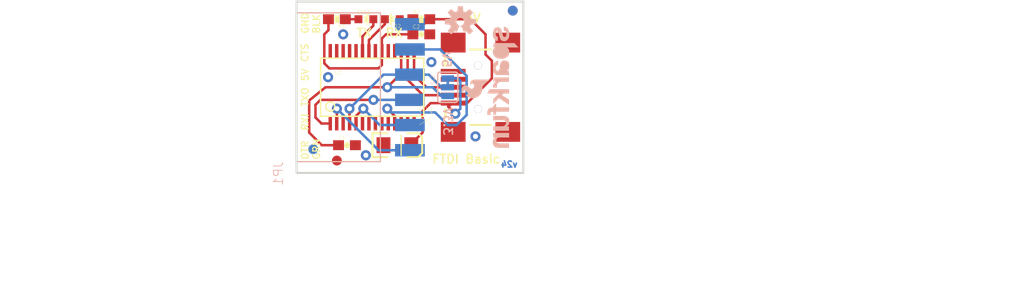
<source format=kicad_pcb>
(kicad_pcb (version 20211014) (generator pcbnew)
  (layers (0 "F.Cu" signal) (31 "B.Cu" signal) (34 "B.Paste" user) (35 "F.Paste" user) (36 "B.SilkS" user "B.Silkscreen") (37 "F.SilkS" user "F.Silkscreen") (38 "B.Mask" user) (39 "F.Mask" user) (44 "Edge.Cuts" user))
  (net 0 "")
  (net 1 "GND")
  (net 2 "USB_D-")
  (net 3 "USB_D+")
  (net 4 "CTS")
  (net 5 "DTR")
  (net 6 "3.3V")
  (net 7 "TXLED")
  (net 8 "RXLED")
  (net 9 "N$1")
  (net 10 "N$2")
  (net 11 "TXO")
  (net 12 "RXI")
  (net 13 "POWER")
  (net 14 "5V")
  (footprint "boardEagle:USB-MINIB-NOSTOP" (layer "F.Cu") (at 155.3591 105.0036 180)
    (fp_text reference "X2" (at 5.2275 -1.5875 90) (layer "F.SilkS") (effects (font (size 1.240089 1.240089) (thickness 0.029911)) (justify right)))
    (fp_text value "USB-SMD-NS" hide)
    (fp_line (start 3.3 2.2) (end 3.3 3.1) (layer "F.SilkS") (width 0.2032))
    (fp_line (start 0.8 3.8) (end -1.3 3.8) (layer "F.SilkS") (width 0.2032))
    (fp_line (start -1.3 -3.8) (end 0.8 -3.8) (layer "F.SilkS") (width 0.2032))
    (fp_line (start 3.3 -3.1) (end 3.3 -2.2) (layer "F.SilkS") (width 0.2032))
    (pad "D+" smd rect (at 2.5 0 180) (size 2.5 0.5) (layers "F.Cu" "F.Paste" "F.Mask") (net 3 "USB_D+"))
    (pad "D-" smd rect (at 2.5 -0.8 180) (size 2.5 0.5) (layers "F.Cu" "F.Paste" "F.Mask") (net 2 "USB_D-"))
    (pad "G1" smd rect (at -3 4.5 180) (size 2.5 2) (layers "F.Cu" "F.Paste" "F.Mask"))
    (pad "G2" smd rect (at -3 -4.5 180) (size 2.5 2) (layers "F.Cu" "F.Paste" "F.Mask"))
    (pad "G3" smd rect (at 2.5 -4.5 180) (size 2.5 2) (layers "F.Cu" "F.Paste" "F.Mask"))
    (pad "G4" smd rect (at 2.5 4.5 180) (size 2.5 2) (layers "F.Cu" "F.Paste" "F.Mask"))
    (pad "GND" smd rect (at 2.5 1.6 180) (size 2.5 0.5) (layers "F.Cu" "F.Paste" "F.Mask") (net 1 "GND"))
    (pad "H1" thru_hole circle (at 0 -2.2 180) (size 0.8 0.8) (drill 0.9) (layers *.Cu))
    (pad "H2" thru_hole circle (at 0 2.2 180) (size 0.7874 0.7874) (drill 0.9) (layers *.Cu))
    (pad "ID" smd rect (at 2.5 0.8 180) (size 2.5 0.5) (layers "F.Cu" "F.Paste" "F.Mask"))
    (pad "VBUS" smd rect (at 2.5 -1.6 180) (size 2.5 0.5) (layers "F.Cu" "F.Paste" "F.Mask") (net 14 "5V"))
  )
  (footprint "boardEagle:FIDUCIAL-1X2" (layer "F.Cu") (at 141.1351 112.395)
    (fp_text reference "JP3" hide)
    (fp_text value "FIDUCIAL1X2" hide)
    (pad "1" smd roundrect (at 0 0) (size 1 1) (layers "F.Cu" "F.Mask") (roundrect_rratio 0.5))
  )
  (footprint "boardEagle:0603-CAP" (layer "F.Cu") (at 142.1511 110.8456)
    (fp_text reference "C1" (at -0.889 -0.762) (layer "F.SilkS") (effects (font (size 0.376489 0.376489) (thickness 0.029911)) (justify left)))
    (fp_text value "0.1uF")
    (fp_line (start 0 -0.0305) (end 0 0.0305) (layer "F.SilkS") (width 0.5588))
    (pad "1" smd rect (at -0.85 0) (size 1.1 1) (layers "F.Cu" "F.Paste" "F.Mask") (net 6 "3.3V"))
    (pad "2" smd rect (at 0.85 0) (size 1.1 1) (layers "F.Cu" "F.Paste" "F.Mask") (net 1 "GND"))
  )
  (footprint "boardEagle:LED-0603" (layer "F.Cu") (at 144.0561 98.1456 -90)
    (fp_text reference "LED1" (at -0.6985 0.889) (layer "F.SilkS") (effects (font (size 0.376489 0.376489) (thickness 0.029911)) (justify left)))
    (fp_text value "Red")
    (fp_line (start 0.46 -0.17) (end 0 -0.17) (layer "F.SilkS") (width 0.2032))
    (fp_line (start -0.46 -0.17) (end 0 -0.17) (layer "F.SilkS") (width 0.2032))
    (fp_line (start -0.0254 -0.1546) (end -0.2184 0.14) (layer "F.SilkS") (width 0.2032))
    (fp_line (start 0 -0.17) (end 0.2338 0.14) (layer "F.SilkS") (width 0.2032))
    (pad "A" smd rect (at 0 0.75 270) (size 0.8 0.8) (layers "F.Cu" "F.Paste" "F.Mask") (net 9 "N$1"))
    (pad "C" smd rect (at 0 -0.75 270) (size 0.8 0.8) (layers "F.Cu" "F.Paste" "F.Mask") (net 7 "TXLED"))
  )
  (footprint "boardEagle:FIDUCIAL-1X2" (layer "F.Cu") (at 158.8643 97.282)
    (fp_text reference "JP4" hide)
    (fp_text value "FIDUCIAL1X2" hide)
    (pad "1" smd roundrect (at 0 0) (size 1 1) (layers "F.Cu" "F.Mask") (roundrect_rratio 0.5))
  )
  (footprint "boardEagle:0603-RES" (layer "F.Cu") (at 141.1351 98.1456 180)
    (fp_text reference "R1" (at -0.889 -0.6985) (layer "F.SilkS") (effects (font (size 0.376489 0.376489) (thickness 0.029911)) (justify right)))
    (fp_text value "1K")
    (fp_poly (pts (xy -0.2286 0.381) (xy 0.2286 0.381) (xy 0.2286 -0.381) (xy -0.2286 -0.381)) (layer "F.SilkS") (width 0) (fill solid))
    (pad "1" smd rect (at -0.85 0 180) (size 1.1 1) (layers "F.Cu" "F.Paste" "F.Mask") (net 9 "N$1"))
    (pad "2" smd rect (at 0.85 0 180) (size 1.1 1) (layers "F.Cu" "F.Paste" "F.Mask") (net 14 "5V"))
  )
  (footprint "boardEagle:EIA3216" (layer "F.Cu") (at 147.2311 110.8456)
    (fp_text reference "C5" (at -2.54 -1.381) (layer "F.SilkS") (effects (font (size 0.376489 0.376489) (thickness 0.029911)) (justify left)))
    (fp_text value "10uF")
    (fp_line (start 2.5 -0.8) (end 2.1 -1.2) (layer "F.SilkS") (width 0.2032))
    (fp_line (start -1 1.2) (end -2.5 1.2) (layer "F.SilkS") (width 0.2032))
    (fp_line (start 2.5 0.8) (end 2.5 -0.8) (layer "F.SilkS") (width 0.2032))
    (fp_line (start 2.1 -1.2) (end 1 -1.2) (layer "F.SilkS") (width 0.2032))
    (fp_line (start -2.5 -1.2) (end -1 -1.2) (layer "F.SilkS") (width 0.2032))
    (fp_line (start 0.381 -1.016) (end 0.381 1.016) (layer "F.SilkS") (width 0.127))
    (fp_line (start 1 1.2) (end 2.1 1.2) (layer "F.SilkS") (width 0.2032))
    (fp_line (start -2.5 1.2) (end -2.5 -1.2) (layer "F.SilkS") (width 0.2032))
    (fp_line (start 2.1 1.2) (end 2.5 0.8) (layer "F.SilkS") (width 0.2032))
    (pad "A" smd rect (at 1.4 0 90) (size 1.6 1.4) (layers "F.Cu" "F.Paste" "F.Mask") (net 14 "5V"))
    (pad "C" smd rect (at -1.4 0 90) (size 1.6 1.4) (layers "F.Cu" "F.Paste" "F.Mask") (net 1 "GND"))
  )
  (footprint "boardEagle:0603-RES" (layer "F.Cu") (at 149.6441 98.1456)
    (fp_text reference "R2" (at -0.889 -0.6985) (layer "F.SilkS") (effects (font (size 0.376489 0.376489) (thickness 0.029911)) (justify left)))
    (fp_text value "1K")
    (fp_poly (pts (xy -0.2286 0.381) (xy 0.2286 0.381) (xy 0.2286 -0.381) (xy -0.2286 -0.381)) (layer "F.SilkS") (width 0) (fill solid))
    (pad "1" smd rect (at -0.85 0) (size 1.1 1) (layers "F.Cu" "F.Paste" "F.Mask") (net 10 "N$2"))
    (pad "2" smd rect (at 0.85 0) (size 1.1 1) (layers "F.Cu" "F.Paste" "F.Mask") (net 14 "5V"))
  )
  (footprint "boardEagle:0603-CAP" (layer "F.Cu") (at 149.6441 99.6696)
    (fp_text reference "C2" (at -0.889 -0.762) (layer "F.SilkS") (effects (font (size 0.376489 0.376489) (thickness 0.029911)) (justify left)))
    (fp_text value "0.1uF")
    (fp_line (start 0 -0.0305) (end 0 0.0305) (layer "F.SilkS") (width 0.5588))
    (pad "1" smd rect (at -0.85 0) (size 1.1 1) (layers "F.Cu" "F.Paste" "F.Mask") (net 14 "5V"))
    (pad "2" smd rect (at 0.85 0) (size 1.1 1) (layers "F.Cu" "F.Paste" "F.Mask") (net 1 "GND"))
  )
  (footprint "boardEagle:SSOP28DB" (layer "F.Cu") (at 144.6911 105.0036)
    (fp_text reference "U1" (at -3.81 -1.27) (layer "F.SilkS") (effects (font (size 0.373888 0.373888) (thickness 0.032512)) (justify left bottom)))
    (fp_text value "FT232RLSSOP")
    (fp_line (start 5.2 2.925) (end -5.2 2.925) (layer "F.SilkS") (width 0.1524))
    (fp_line (start -5.2 -2.925) (end 5.2 -2.925) (layer "F.SilkS") (width 0.1524))
    (fp_line (start -5.2 2.925) (end -5.2 -2.925) (layer "F.SilkS") (width 0.1524))
    (fp_line (start 5.2 -2.925) (end 5.2 2.925) (layer "F.SilkS") (width 0.1524))
    (fp_circle (center -4.225 1.95) (end -3.7654 1.95) (layer "F.SilkS") (width 0.1524) (fill none))
    (pad "1" smd rect (at -4.225 3.656) (size 0.348 1.397) (layers "F.Cu" "F.Paste" "F.Mask") (net 11 "TXO"))
    (pad "2" smd rect (at -3.575 3.656) (size 0.348 1.397) (layers "F.Cu" "F.Paste" "F.Mask") (net 5 "DTR"))
    (pad "3" smd rect (at -2.925 3.656) (size 0.348 1.397) (layers "F.Cu" "F.Paste" "F.Mask"))
    (pad "4" smd rect (at -2.275 3.656) (size 0.348 1.397) (layers "F.Cu" "F.Paste" "F.Mask") (net 13 "POWER"))
    (pad "5" smd rect (at -1.625 3.656) (size 0.348 1.397) (layers "F.Cu" "F.Paste" "F.Mask") (net 12 "RXI"))
    (pad "6" smd rect (at -0.975 3.656) (size 0.348 1.397) (layers "F.Cu" "F.Paste" "F.Mask"))
    (pad "7" smd rect (at -0.325 3.656) (size 0.348 1.397) (layers "F.Cu" "F.Paste" "F.Mask") (net 1 "GND"))
    (pad "8" smd rect (at 0.325 3.656) (size 0.348 1.397) (layers "F.Cu" "F.Paste" "F.Mask"))
    (pad "9" smd rect (at 0.975 3.656) (size 0.348 1.397) (layers "F.Cu" "F.Paste" "F.Mask"))
    (pad "10" smd rect (at 1.625 3.656) (size 0.348 1.397) (layers "F.Cu" "F.Paste" "F.Mask"))
    (pad "11" smd rect (at 2.275 3.656) (size 0.348 1.397) (layers "F.Cu" "F.Paste" "F.Mask") (net 4 "CTS"))
    (pad "12" smd rect (at 2.925 3.656) (size 0.348 1.397) (layers "F.Cu" "F.Paste" "F.Mask"))
    (pad "13" smd rect (at 3.575 3.656) (size 0.348 1.397) (layers "F.Cu" "F.Paste" "F.Mask"))
    (pad "14" smd rect (at 4.225 3.656) (size 0.348 1.397) (layers "F.Cu" "F.Paste" "F.Mask"))
    (pad "15" smd rect (at 4.225 -3.656) (size 0.348 1.397) (layers "F.Cu" "F.Paste" "F.Mask") (net 3 "USB_D+"))
    (pad "16" smd rect (at 3.575 -3.656) (size 0.348 1.397) (layers "F.Cu" "F.Paste" "F.Mask") (net 2 "USB_D-"))
    (pad "17" smd rect (at 2.925 -3.656) (size 0.348 1.397) (layers "F.Cu" "F.Paste" "F.Mask") (net 6 "3.3V"))
    (pad "18" smd rect (at 2.275 -3.656) (size 0.348 1.397) (layers "F.Cu" "F.Paste" "F.Mask") (net 1 "GND"))
    (pad "19" smd rect (at 1.625 -3.656) (size 0.348 1.397) (layers "F.Cu" "F.Paste" "F.Mask"))
    (pad "20" smd rect (at 0.975 -3.656) (size 0.348 1.397) (layers "F.Cu" "F.Paste" "F.Mask") (net 14 "5V"))
    (pad "21" smd rect (at 0.325 -3.656) (size 0.348 1.397) (layers "F.Cu" "F.Paste" "F.Mask") (net 1 "GND"))
    (pad "22" smd rect (at -0.325 -3.656) (size 0.348 1.397) (layers "F.Cu" "F.Paste" "F.Mask") (net 8 "RXLED"))
    (pad "23" smd rect (at -0.975 -3.656) (size 0.348 1.397) (layers "F.Cu" "F.Paste" "F.Mask") (net 7 "TXLED"))
    (pad "24" smd rect (at -1.625 -3.656) (size 0.348 1.397) (layers "F.Cu" "F.Paste" "F.Mask"))
    (pad "25" smd rect (at -2.275 -3.656) (size 0.348 1.397) (layers "F.Cu" "F.Paste" "F.Mask") (net 1 "GND"))
    (pad "26" smd rect (at -2.925 -3.656) (size 0.348 1.397) (layers "F.Cu" "F.Paste" "F.Mask") (net 1 "GND"))
    (pad "27" smd rect (at -3.575 -3.656) (size 0.348 1.397) (layers "F.Cu" "F.Paste" "F.Mask"))
    (pad "28" smd rect (at -4.225 -3.656) (size 0.348 1.397) (layers "F.Cu" "F.Paste" "F.Mask"))
  )
  (footprint "boardEagle:CREATIVE_COMMONS" (layer "F.Cu") (at 127.494644 123.7996)
    (fp_text reference "FRAME1" hide)
    (fp_text value "FRAME-LETTER" hide)
  )
  (footprint "boardEagle:LED-0603" (layer "F.Cu") (at 146.7231 98.1456 90)
    (fp_text reference "LED2" (at -0.6985 0.889) (layer "F.SilkS") (effects (font (size 0.376489 0.376489) (thickness 0.029911)) (justify right)))
    (fp_text value "Green")
    (fp_line (start -0.46 -0.17) (end 0 -0.17) (layer "F.SilkS") (width 0.2032))
    (fp_line (start 0 -0.17) (end 0.2338 0.14) (layer "F.SilkS") (width 0.2032))
    (fp_line (start 0.46 -0.17) (end 0 -0.17) (layer "F.SilkS") (width 0.2032))
    (fp_line (start -0.0254 -0.1546) (end -0.2184 0.14) (layer "F.SilkS") (width 0.2032))
    (pad "A" smd rect (at 0 0.75 90) (size 0.8 0.8) (layers "F.Cu" "F.Paste" "F.Mask") (net 10 "N$2"))
    (pad "C" smd rect (at 0 -0.75 90) (size 0.8 0.8) (layers "F.Cu" "F.Paste" "F.Mask") (net 8 "RXLED"))
  )
  (footprint "boardEagle:SFE-NEW-WEB" (layer "B.Cu") (at 159.4231 98.9076 -90)
    (fp_text reference "U$2" hide)
    (fp_text value "LOGO-SFENW2" hide)
    (fp_line (start 11.7729 0.955) (end 11.7729 1.9202) (layer "B.SilkS") (width 0.0254))
    (fp_line (start 12.1818 0.955) (end 11.7729 0.955) (layer "B.SilkS") (width 0.0254))
    (fp_line (start 10.7163 0.9449) (end 10.7163 2.5171) (layer "B.SilkS") (width 0.0254))
    (fp_line (start 11.1379 0.9449) (end 10.7163 0.9449) (layer "B.SilkS") (width 0.0254))
    (fp_line (start 11.1379 1.8136) (end 11.1379 0.9449) (layer "B.SilkS") (width 0.0254))
    (fp_line (start 11.1201 2.5171) (end 11.1201 2.2962) (layer "B.SilkS") (width 0.0254))
    (fp_line (start 10.7163 2.5171) (end 11.1201 2.5171) (layer "B.SilkS") (width 0.0254))
    (fp_line (start 12.1818 2.0091) (end 12.1818 0.955) (layer "B.SilkS") (width 0.0254))
    (fp_line (start 11.1201 2.2962) (end 11.1277 2.2962) (layer "B.SilkS") (width 0.0254))
    (fp_arc (start 11.7145 2.1311) (mid 11.664346 2.1894) (end 11.5976 2.2276) (layer "B.SilkS") (width 0.0254))
    (fp_arc (start 11.5672 2.5552) (mid 11.411238 2.523841) (end 11.2725 2.446) (layer "B.SilkS") (width 0.0254))
    (fp_arc (start 11.1684 2.0396) (mid 11.146105 1.962214) (end 11.1379 1.8821) (layer "B.SilkS") (width 0.0254))
    (fp_arc (start 11.2725 2.446) (mid 11.226399 2.404414) (end 11.1862 2.3571) (layer "B.SilkS") (width 0.0254))
    (fp_arc (start 11.1277 2.2962) (mid 11.137379 2.298176) (end 11.1455 2.3038) (layer "B.SilkS") (width 0.0254))
    (fp_arc (start 11.1379 1.8821) (mid 11.137681 1.84785) (end 11.1379 1.8136) (layer "B.SilkS") (width 0.0254))
    (fp_arc (start 11.7729 1.9202) (mid 11.758038 2.02962) (end 11.7145 2.1311) (layer "B.SilkS") (width 0.0254))
    (fp_arc (start 11.4198 2.2327) (mid 11.334441 2.214452) (end 11.259799 2.1692) (layer "B.SilkS") (width 0.0254))
    (fp_arc (start 12.0345 2.425699) (mid 11.911985 2.51116) (end 11.7678 2.5502) (layer "B.SilkS") (width 0.0254))
    (fp_arc (start 12.1818 2.0091) (mid 12.172765 2.122002) (end 12.1488 2.2327) (layer "B.SilkS") (width 0.0254))
    (fp_arc (start 11.2598 2.1692) (mid 11.206137 2.110016) (end 11.1684 2.0396) (layer "B.SilkS") (width 0.0254))
    (fp_arc (start 11.4198 2.2327) (mid 11.475702 2.235165) (end 11.5316 2.2377) (layer "B.SilkS") (width 0.0254))
    (fp_arc (start 11.1455 2.3038) (mid 11.152103 2.311188) (end 11.1582 2.319) (layer "B.SilkS") (width 0.0254))
    (fp_arc (start 11.5976 2.2276) (mid 11.565101 2.235925) (end 11.5316 2.2377) (layer "B.SilkS") (width 0.0254))
    (fp_arc (start 11.1862 2.3571) (mid 11.172158 2.338081) (end 11.1582 2.319) (layer "B.SilkS") (width 0.0254))
    (fp_arc (start 12.1488 2.232699) (mid 12.104013 2.336521) (end 12.0345 2.4257) (layer "B.SilkS") (width 0.0254))
    (fp_arc (start 11.7678 2.5502) (mid 11.667584 2.556058) (end 11.5672 2.5552) (layer "B.SilkS") (width 0.0254))
    (fp_poly (pts (xy 0.803285 2.567895) (xy 0.944243 2.553799) (xy 1.081508 2.516334) (xy 1.193542 2.461399) (xy 1.291841 2.383865) (xy 1.357039 2.297824) (xy 1.377068 2.257603) (xy 1.393653 2.216867) (xy 1.417283 2.151914) (xy 1.353784 2.105111) (xy 1.152335 2.254241) (xy 0.736496 2.387002) (xy 0.372563 2.277101) (xy 0.417885 2.019712) (xy 1.241556 1.540676) (xy 1.263422 1.497067) (xy 1.147655 1.152457) (xy 0.724605 1.058492) (xy -0.038666 1.4605) (xy 0.4115 1.4605) (xy 0.4115 1.443466) (xy 0.420402 1.369907) (xy 0.454647 1.305856) (xy 0.524204 1.243359) (xy 0.610838 1.206018) (xy 0.637726 1.200933) (xy 0.665996 1.198897) (xy 0.7328 1.198389) (xy 0.79791 1.198884) (xy 0.968129 1.258019) (xy 1.007666 1.302193) (xy 1.028603 1.358428) (xy 1.025789 1.425439) (xy 0.995864 1.485288) (xy 0.943734 1.527918) (xy 0.715431 1.605731) (xy 0.533161 1.644154) (xy 0.351479 1.692254) (xy 0.230117 1.743632) (xy 0.122357 1.822697) (xy 0.0457 1.960096) (xy 0.0457 1.963141) (xy 0.038572 2.135467) (xy 0.0838 2.300409) (xy 0.0838 2.303445) (xy 0.206233 2.444416) (xy 0.620397 2.567885) (xy 0.71245 2.568634)) (layer "B.SilkS") (width 0) (fill solid))
    (fp_poly (pts (xy 6.7335 1.97376) (xy 7.284539 2.5248) (xy 7.78835 2.5248) (xy 7.197009 1.946483) (xy 7.869909 0.937183) (xy 7.330929 0.939835) (xy 6.903958 1.643716) (xy 6.7386 1.483032) (xy 6.7386 0.9296) (xy 6.306639 0.9296) (xy 6.2941 0.942139) (xy 6.2941 2.887776) (xy 6.7335 3.138467)) (layer "B.SilkS") (width 0) (fill solid))
    (fp_poly (pts (xy 2.834651 2.506079) (xy 2.92707 2.450683) (xy 3.011605 2.383731) (xy 3.1267 2.221709) (xy 3.1267 2.263503) (xy 3.219434 1.972794) (xy 3.236098 1.526727) (xy 3.068933 1.135798) (xy 2.975978 1.041462) (xy 2.864973 0.970996) (xy 2.740356 0.92713) (xy 2.372489 0.922) (xy 2.370226 0.922) (xy 2.254471 0.962806) (xy 2.0828 1.127587) (xy 2.0828 -0.010757) (xy 1.6434 0.385552) (xy 1.6434 2.45912) (xy 2.057593 2.537568) (xy 2.055012 2.330538) (xy 2.068304 2.345345) (xy 2.15812 2.442839) (xy 2.234107 2.497896) (xy 2.368681 2.552194) (xy 2.419192 2.562883) (xy 2.620347 2.565422)) (layer "B.SilkS") (width 0) (fill solid))
    (fp_poly (pts (xy 9.4234 1.520809) (xy 9.472888 1.359974) (xy 9.516069 1.308185) (xy 9.573108 1.271734) (xy 9.714103 1.241374) (xy 9.853529 1.268908) (xy 10.003067 1.442966) (xy 10.033 1.684784) (xy 10.033 2.5273) (xy 10.48 2.5273) (xy 10.48 0.9398) (xy 10.0533 0.9398) (xy 10.0533 1.159713) (xy 9.961626 1.051965) (xy 9.823848 0.946774) (xy 9.797269 0.933513) (xy 9.76873 0.924761) (xy 9.46843 0.899096) (xy 9.311419 0.929258) (xy 9.173895 1.0008) (xy 9.172522 1.0008) (xy 9.155194 1.014756) (xy 9.141833 1.028106) (xy 9.055991 1.150842) (xy 9.0022 1.291099) (xy 8.984 1.439423) (xy 8.984 2.5324) (xy 9.4234 2.5324)) (layer "B.SilkS") (width 0) (fill solid))
    (fp_poly (pts (xy 6.1316 2.557116) (xy 6.1316 2.1463) (xy 6.115783 2.1463) (xy 6.10653 2.147054) (xy 6.097893 2.149211) (xy 6.068387 2.157247) (xy 6.038922 2.161538) (xy 5.96265 2.16474) (xy 5.887609 2.16159) (xy 5.731931 2.107297) (xy 5.637642 2.018651) (xy 5.577302 1.903423) (xy 5.5499 1.736362) (xy 5.5499 0.9423) (xy 5.107878 0.9423) (xy 5.110519 2.454146) (xy 5.522 2.527255) (xy 5.522 2.234211) (xy 5.526569 2.235704) (xy 5.544428 2.262537) (xy 5.578841 2.314524) (xy 5.613758 2.367854) (xy 5.686736 2.438162) (xy 5.778008 2.498223) (xy 5.979984 2.565515)) (layer "B.SilkS") (width 0) (fill solid))
    (fp_poly (pts (xy 8.809435 3.119895) (xy 8.875117 3.1166) (xy 8.89 3.1166) (xy 8.89 2.7889) (xy 8.869112 2.7889) (xy 8.841108 2.7915) (xy 8.660351 2.7915) (xy 8.587936 2.740064) (xy 8.571192 2.699602) (xy 8.5649 2.653436) (xy 8.5649 2.5273) (xy 8.8621 2.5273) (xy 8.8621 2.2352) (xy 8.5623 2.2352) (xy 8.5623 0.9322) (xy 8.1204 0.9322) (xy 8.1204 2.232779) (xy 7.70383 2.235391) (xy 7.995739 2.5273) (xy 8.1255 2.5273) (xy 8.1255 2.560826) (xy 8.143432 2.77702) (xy 8.219199 2.938937) (xy 8.324367 3.032939) (xy 8.449534 3.095959) (xy 8.586403 3.1242) (xy 8.743112 3.1242)) (layer "B.SilkS") (width 0) (fill solid))
    (fp_poly (pts (xy 1.201557 2.290098) (xy 1.414074 2.156268) (xy 1.42383 2.065) (xy 1.01008 2.065) (xy 1.00135 2.126336) (xy 0.936084 2.220524) (xy 0.871818 2.257603) (xy 0.798545 2.2758) (xy 0.628591 2.2758) (xy 0.583991 2.267366) (xy 0.541641 2.251683) (xy 0.51157 2.232098) (xy 0.488615 2.205726) (xy 0.469153 2.152745) (xy 0.474605 2.097619) (xy 0.521549 2.031824) (xy 0.664468 1.962838) (xy 0.866638 1.922444) (xy 1.206678 1.822687) (xy 1.354318 1.729494) (xy 1.389578 1.692366) (xy 1.416579 1.648151) (xy 1.460229 1.440208) (xy 1.447804 1.4376) (xy 1.460484 1.436955) (xy 1.457817 1.384541) (xy 1.452657 1.33034) (xy 1.371775 1.140043) (xy 1.14885 0.969822) (xy 1.013381 0.927267) (xy 0.74708 0.904177) (xy 0.617383 0.909691) (xy 0.487493 0.922202) (xy 0.306845 0.984179) (xy 0.185213 1.061804) (xy 0.109225 1.132023) (xy 0.056988 1.2215) (xy 0.013059 1.350644) (xy 0.002577 1.410659) (xy -0.00152 1.469003) (xy 0.738195 1.10308) (xy 1.120535 1.189415) (xy 1.224069 1.497645) (xy 0.809011 1.723764) (xy 0.364394 1.98847) (xy 0.308075 2.310537) (xy 0.741882 2.423672)) (layer "B.SilkS") (width 0) (fill solid))
    (fp_poly (pts (xy 4.444983 2.544915) (xy 4.588724 2.501712) (xy 4.72259 2.430523) (xy 4.844814 2.271666) (xy 4.859671 2.1819) (xy 4.8616 2.1819) (xy 4.8616 1.6891) (xy 4.864173 1.6891) (xy 4.861603 1.242544) (xy 4.871819 1.108765) (xy 4.906709 0.979276) (xy 4.920484 0.9423) (xy 4.495275 0.9423) (xy 4.477494 0.951279) (xy 4.472002 0.970735) (xy 4.468249 0.985133) (xy 4.446292 1.084946) (xy 4.440321 1.089528) (xy 4.438946 1.088886) (xy 4.309064 0.98859) (xy 4.153188 0.927249) (xy 3.824183 0.906712) (xy 3.683825 0.938256) (xy 3.554173 1.000134) (xy 3.486826 1.05665) (xy 3.437273 1.130532) (xy 3.3807 1.444163) (xy 3.3807 1.446675) (xy 3.401941 1.543624) (xy 3.446308 1.632822) (xy 3.527788 1.722902) (xy 3.632416 1.784766) (xy 3.937258 1.861632) (xy 4.048648 1.873601) (xy 4.159032 1.884616) (xy 4.224808 1.893434) (xy 4.289167 1.907055) (xy 4.336271 1.923637) (xy 4.379043 1.948303) (xy 4.407461 1.974391) (xy 4.413402 1.982997) (xy 4.4171 1.991455) (xy 4.4171 2.14983) (xy 4.358226 2.232254) (xy 4.254396 2.270917) (xy 4.188033 2.274326) (xy 4.120968 2.275774) (xy 4.006679 2.25395) (xy 3.883049 2.131716) (xy 3.8659 2.045941) (xy 3.8659 2.0295) (xy 3.429 2.0295) (xy 3.429 2.040006) (xy 3.418965 2.041638) (xy 3.439259 2.166448) (xy 3.491292 2.283494) (xy 3.571378 2.383462) (xy 3.674008 2.459597) (xy 3.791998 2.513469) (xy 3.916944 2.547448) (xy 4.18103 2.571338)) (layer "B.SilkS") (width 0) (fill solid))
    (fp_poly (pts (xy 11.770768 2.56283) (xy 12.043428 2.435548) (xy 12.160999 2.237024) (xy 12.1945 2.010032) (xy 12.1945 0.9423) (xy 11.7602 0.9423) (xy 11.7602 1.918474) (xy 11.70302 2.124971) (xy 11.656141 2.179464) (xy 11.593345 2.215403) (xy 11.53092 2.224956) (xy 11.476269 2.222478) (xy 11.422495 2.220106) (xy 11.268 2.158791) (xy 11.18035 2.034508) (xy 11.1506 1.880883) (xy 11.1506 0.9322) (xy 10.7036 0.9322) (xy 10.7036 2.5298) (xy 11.1328 2.5298) (xy 11.1328 2.310454) (xy 11.136857 2.313263) (xy 11.148195 2.326834) (xy 11.161924 2.345602) (xy 11.176241 2.364992) (xy 11.217267 2.413279) (xy 11.265048 2.456381) (xy 11.406772 2.535896) (xy 11.566093 2.567932)) (layer "B.SilkS") (width 0) (fill solid))
  )
  (footprint "boardEagle:SJ_3" (layer "B.Cu") (at 152.3111 105.0036 -90)
    (fp_text reference "SJ2" (at -1.27 1.27 90) (layer "B.SilkS") (effects (font (size 0.373888 0.373888) (thickness 0.032512)) (justify left bottom mirror)))
    (fp_text value "")
    (fp_line (start -1.27 1.016) (end 1.27 1.016) (layer "B.SilkS") (width 0.1524))
    (fp_line (start -1.524 -0.762) (end -1.524 0.762) (layer "B.SilkS") (width 0.1524))
    (fp_line (start 1.27 -1.016) (end -1.27 -1.016) (layer "B.SilkS") (width 0.1524))
    (fp_line (start 1.524 -0.762) (end 1.524 0.762) (layer "B.SilkS") (width 0.1524))
    (fp_arc (start -1.524 -0.762) (mid -1.449605 -0.941605) (end -1.27 -1.016) (layer "B.SilkS") (width 0.1524))
    (fp_arc (start 1.524 0.762) (mid 1.449605 0.941605) (end 1.27 1.016) (layer "B.SilkS") (width 0.1524))
    (fp_arc (start 1.27 -1.016) (mid 1.449605 -0.941605) (end 1.524 -0.762) (layer "B.SilkS") (width 0.1524))
    (fp_arc (start -1.27 1.016) (mid -1.449605 0.941605) (end -1.524 0.762) (layer "B.SilkS") (width 0.1524))
    (pad "1" smd rect (at -0.889 0 270) (size 0.635 1.27) (layers "B.Cu" "B.Mask") (net 14 "5V"))
    (pad "2" smd rect (at 0 0 270) (size 0.635 1.27) (layers "B.Cu" "B.Mask") (net 13 "POWER"))
    (pad "3" smd rect (at 0.889 0 270) (size 0.635 1.27) (layers "B.Cu" "B.Mask") (net 6 "3.3V"))
  )
  (footprint "boardEagle:FIDUCIAL-1X2" (layer "B.Cu") (at 158.8643 97.282 180)
    (fp_text reference "JP6" hide)
    (fp_text value "FIDUCIAL1X2" hide)
    (pad "1" smd roundrect (at 0 0 180) (size 1 1) (layers "B.Cu" "B.Mask") (roundrect_rratio 0.5))
  )
  (footprint "boardEagle:OSHW-LOGO-S" (layer "B.Cu") (at 153.5811 98.3996 180)
    (fp_text reference "LOGO1" hide)
    (fp_text value "OSHW-LOGOS" hide)
    (fp_poly (pts (xy 0.301647 1.061351) (xy 0.42347 1.022344) (xy 0.537177 0.963769) (xy 0.92862 1.282946) (xy 1.282946 0.92862) (xy 0.961035 0.533823) (xy 1.057046 0.302084) (xy 1.5638 0.250561) (xy 1.5638 -0.250561) (xy 1.057046 -0.302084) (xy 0.961035 -0.533823) (xy 1.282946 -0.92862) (xy 0.92862 -1.282946) (xy 0.537177 -0.96377) (xy 0.356601 -1.056794) (xy 0.088679 -0.410073) (xy 0.326262 -0.2176) (xy 0.373649 -0.121468) (xy 0.392729 -0.010339) (xy 0.379464 0.101634) (xy 0.334947 0.205229) (xy 0.262842 0.291918) (xy 0.169087 0.354561) (xy 0.061406 0.387999) (xy -0.051342 0.38948) (xy -0.159868 0.358881) (xy -0.255234 0.298724) (xy -0.329589 0.213962) (xy -0.376813 0.111569) (xy -0.392176 0.005767) (xy -0.322923 -0.222565) (xy -0.249312 -0.303773) (xy 0.091677 -0.5081) (xy -0.12929 -0.5081) (xy -0.355332 -1.053732) (xy -0.506597 -0.983577) (xy -0.538922 -0.965192) (xy -0.92862 -1.282946) (xy -1.282946 -0.92862) (xy -0.961035 -0.533823) (xy -1.057046 -0.302084) (xy -1.5638 -0.250561) (xy -1.5638 0.250561) (xy -1.057046 0.302084) (xy -0.961035 0.533823) (xy -1.282946 0.92862) (xy -0.92862 1.282946) (xy -0.533823 0.961035) (xy -0.302084 1.057046) (xy -0.250561 1.5638) (xy 0.250561 1.5638)) (layer "B.SilkS") (width 0) (fill solid))
  )
  (footprint "boardEagle:1X06-SMD-FEMALE-V2" (layer "B.Cu") (at 145.0721 105.0036 90)
    (fp_text reference "JP1" (at -7.4 -9.3 270) (layer "B.SilkS") (effects (font (size 0.92 0.92) (thickness 0.08)) (justify left bottom mirror)))
    (fp_text value "")
    (fp_line (start 7.5 0.45) (end -7.5 0.45) (layer "B.SilkS") (width 0.127))
    (fp_line (start -7.5 -8.05) (end 7.5 -8.05) (layer "B.SilkS") (width 0.127))
    (fp_line (start 7.5 -8.05) (end 7.5 0.45) (layer "B.SilkS") (width 0.127))
    (fp_line (start -7.5 0.45) (end -7.5 -8.05) (layer "B.SilkS") (width 0.127))
    (pad "1" smd rect (at 6.35 3.425 270) (size 1.25 3) (layers "B.Cu" "B.Paste" "B.Mask") (net 1 "GND"))
    (pad "2" smd rect (at 3.81 3.425 270) (size 1.25 3) (layers "B.Cu" "B.Paste" "B.Mask") (net 4 "CTS"))
    (pad "3" smd rect (at 1.27 3.425 270) (size 1.25 3) (layers "B.Cu" "B.Paste" "B.Mask") (net 13 "POWER"))
    (pad "4" smd rect (at -1.27 3.425 270) (size 1.25 3) (layers "B.Cu" "B.Paste" "B.Mask") (net 11 "TXO"))
    (pad "5" smd rect (at -3.81 3.425 270) (size 1.25 3) (layers "B.Cu" "B.Paste" "B.Mask") (net 12 "RXI"))
    (pad "6" smd rect (at -6.35 3.425 270) (size 1.25 3) (layers "B.Cu" "B.Paste" "B.Mask") (net 5 "DTR"))
  )
  (footprint "boardEagle:FIDUCIAL-1X2" (layer "B.Cu") (at 138.7475 111.252 180)
    (fp_text reference "JP5" hide)
    (fp_text value "FIDUCIAL1X2" hide)
    (pad "1" smd roundrect (at 0 0 180) (size 1 1) (layers "B.Cu" "B.Mask") (roundrect_rratio 0.5))
  )
  (footprint "boardEagle:SFE-LOGO-FLAME" (layer "B.Cu") (at 156.5021 104.2416 -90)
    (fp_text reference "JP2" hide)
    (fp_text value "LOGO-SFESK" hide)
    (fp_poly (pts (xy 1.126002 2.808203) (xy 1.215449 2.785829) (xy 1.228477 2.780783) (xy 1.240149 2.774875) (xy 1.25686 2.766576) (xy 1.275552 2.759834) (xy 1.371694 2.7026) (xy 1.3793 2.7026) (xy 1.3793 2.6772) (xy 1.306833 2.6772) (xy 1.208418 2.657914) (xy 1.074855 2.495286) (xy 1.079365 2.436825) (xy 1.12809 2.341869) (xy 1.204666 2.265196) (xy 1.294069 2.200638) (xy 1.369348 2.168824) (xy 1.450737 2.171632) (xy 1.458864 2.174186) (xy 1.466257 2.177389) (xy 1.530514 2.236956) (xy 1.5368 2.259812) (xy 1.5368 2.377938) (xy 1.763707 2.148127) (xy 1.868186 1.856841) (xy 1.871603 1.856894) (xy 1.87806 1.650435) (xy 1.848857 1.45742) (xy 1.785308 1.272842) (xy 1.6663 1.061578) (xy 1.6663 1.080581) (xy 1.378131 0.80901) (xy 0.982239 0.6985) (xy 0.753005 0.6985) (xy 0.716201 0.692046) (xy 0.681776 0.679592) (xy 0.496322 0.541784) (xy -0.0126 -0.03091) (xy -0.0126 1.52077) (xy 0.060004 1.761967) (xy 0.168295 1.865489) (xy 0.307122 1.917522) (xy 0.4039 1.925089) (xy 0.499384 1.917623) (xy 0.55991 1.908099) (xy 0.557788 1.884433) (xy 0.522216 1.885242) (xy 0.501784 1.876141) (xy 0.420519 1.817154) (xy 0.400722 1.79067) (xy 0.390395 1.7285) (xy 0.400905 1.665229) (xy 0.421405 1.625174) (xy 0.452343 1.592685) (xy 0.546535 1.54355) (xy 0.652229 1.531742) (xy 0.742768 1.550084) (xy 0.82422 1.589656) (xy 0.92203 1.754659) (xy 0.907706 1.848844) (xy 0.850914 1.930401) (xy 0.584707 2.263237) (xy 0.561667 2.510855) (xy 0.627495 2.621556) (xy 0.629042 2.623103) (xy 0.778901 2.74712) (xy 1.032676 2.817064)) (layer "B.SilkS") (width 0) (fill solid))
  )
  (gr_line (start 159.9311 96.3676) (end 159.9311 113.6396) (layer "Edge.Cuts") (width 0.2032))
  (gr_line (start 159.9311 113.6396) (end 137.0711 113.6396) (layer "Edge.Cuts") (width 0.2032))
  (gr_line (start 137.0711 96.3676) (end 159.9311 96.3676) (layer "Edge.Cuts") (width 0.2032))
  (gr_line (start 137.0711 113.6396) (end 137.0711 96.3676) (layer "Edge.Cuts") (width 0.2032))
  (gr_text "v24" (at 159.4231 113.1316) (layer "B.Cu") (effects (font (size 0.6096 0.6096) (thickness 0.2032)) (justify left bottom mirror)))
  (gr_text "5V" (at 151.6761 103.0986 -90) (layer "B.SilkS") (effects (font (size 0.8636 0.8636) (thickness 0.1524)) (justify left bottom mirror)))
  (gr_text "3.3V" (at 151.8031 109.9566 -90) (layer "B.SilkS") (effects (font (size 0.8636 0.8636) (thickness 0.1524)) (justify left bottom mirror)))
  (gr_text "5V" (at 138.3411 104.4575 90) (layer "F.SilkS") (effects (font (size 0.69088 0.69088) (thickness 0.12192)) (justify left bottom)))
  (gr_text "FTDI Basic" (at 150.6601 112.7506) (layer "F.SilkS") (effects (font (size 0.8636 0.8636) (thickness 0.1524)) (justify left bottom)))
  (gr_text "CTS" (at 138.3157 102.5271 90) (layer "F.SilkS") (effects (font (size 0.69088 0.69088) (thickness 0.12192)) (justify left bottom)))
  (gr_text "RXI" (at 138.3411 109.4359 90) (layer "F.SilkS") (effects (font (size 0.69088 0.69088) (thickness 0.12192)) (justify left bottom)))
  (gr_text "5V" (at 153.9621 98.5266) (layer "F.SilkS") (effects (font (size 0.8636 0.8636) (thickness 0.1524)) (justify left bottom)))
  (gr_text "TXO" (at 138.3411 107.0229 90) (layer "F.SilkS") (effects (font (size 0.69088 0.69088) (thickness 0.12192)) (justify left bottom)))
  (gr_text "RX" (at 145.9611 100.0506) (layer "F.SilkS") (effects (font (size 0.8636 0.8636) (thickness 0.1524)) (justify left bottom)))
  (gr_text "DTR" (at 138.3411 112.3696 90) (layer "F.SilkS") (effects (font (size 0.69088 0.69088) (thickness 0.12192)) (justify left bottom)))
  (gr_text "TX" (at 143.0401 100.0506) (layer "F.SilkS") (effects (font (size 0.8636 0.8636) (thickness 0.1524)) (justify left bottom)))
  (gr_text "BLK" (at 139.4841 99.6696 90) (layer "F.SilkS") (effects (font (size 0.69088 0.69088) (thickness 0.12192)) (justify left bottom)))
  (gr_text "GND" (at 138.3411 99.6696 90) (layer "F.SilkS") (effects (font (size 0.69088 0.69088) (thickness 0.12192)) (justify left bottom)))
  (gr_text "GRN" (at 139.4841 112.3696 90) (layer "F.SilkS") (effects (font (size 0.69088 0.69088) (thickness 0.12192)) (justify left bottom)))
  (via (at 150.6601 102.4636) (size 1.016) (drill 0.508) (layers "F.Cu" "B.Cu") (net 1))
  (via (at 155.1051 109.9566) (size 1.016) (drill 0.508) (layers "F.Cu" "B.Cu") (net 1))
  (via (at 140.2461 103.9876) (size 1.016) (drill 0.508) (layers "F.Cu" "B.Cu") (net 1))
  (via (at 141.7701 99.6696) (size 1.016) (drill 0.508) (layers "F.Cu" "B.Cu") (net 1))
  (via (at 144.0561 111.8616) (size 1.016) (drill 0.508) (layers "F.Cu" "B.Cu") (net 1))
  (segment (start 148.2661 104.2606) (end 149.8091 105.8036) (width 0.254) (layer "F.Cu") (net 2))
  (segment (start 148.2661 104.2606) (end 148.2661 101.3476) (width 0.254) (layer "F.Cu") (net 2))
  (segment (start 149.8091 105.8036) (end 152.8591 105.8036) (width 0.254) (layer "F.Cu") (net 2))
  (segment (start 150.1521 105.0036) (end 152.8591 105.0036) (width 0.254) (layer "F.Cu") (net 3))
  (segment (start 148.9161 103.7676) (end 148.9161 101.3476) (width 0.254) (layer "F.Cu") (net 3))
  (segment (start 148.9161 103.7676) (end 150.1521 105.0036) (width 0.254) (layer "F.Cu") (net 3))
  (segment (start 146.9661 107.9136) (end 146.2151 107.1626) (width 0.254) (layer "F.Cu") (net 4))
  (segment (start 146.9661 108.6596) (end 146.9661 107.9136) (width 0.254) (layer "F.Cu") (net 4))
  (via (at 146.2151 107.1626) (size 1.016) (drill 0.508) (layers "F.Cu" "B.Cu") (net 4))
  (segment (start 146.5961 107.5436) (end 151.0411 107.5436) (width 0.254) (layer "B.Cu") (net 4))
  (segment (start 152.3111 108.8136) (end 153.2001 108.8136) (width 0.254) (layer "B.Cu") (net 4))
  (segment (start 146.2151 107.1626) (end 146.5961 107.5436) (width 0.254) (layer "B.Cu") (net 4))
  (segment (start 151.0411 107.5436) (end 152.3111 108.8136) (width 0.254) (layer "B.Cu") (net 4))
  (segment (start 154.2161 103.8606) (end 151.5491 101.1936) (width 0.254) (layer "B.Cu") (net 4))
  (segment (start 151.5491 101.1936) (end 148.4971 101.1936) (width 0.254) (layer "B.Cu") (net 4))
  (segment (start 153.2001 108.8136) (end 154.2161 107.7976) (width 0.254) (layer "B.Cu") (net 4))
  (segment (start 154.2161 107.7976) (end 154.2161 103.8606) (width 0.254) (layer "B.Cu") (net 4))
  (segment (start 141.1161 108.6596) (end 141.1351 108.6406) (width 0.254) (layer "F.Cu") (net 5))
  (segment (start 141.1351 108.6406) (end 141.1351 107.1626) (width 0.254) (layer "F.Cu") (net 5))
  (via (at 141.1351 107.1626) (size 1.016) (drill 0.508) (layers "F.Cu" "B.Cu") (net 5))
  (segment (start 145.3261 111.3536) (end 148.4971 111.3536) (width 0.254) (layer "B.Cu") (net 5))
  (segment (start 141.1351 107.1626) (end 145.3261 111.3536) (width 0.254) (layer "B.Cu") (net 5))
  (segment (start 147.6161 103.6026) (end 147.6161 101.3476) (width 0.254) (layer "F.Cu") (net 6))
  (segment (start 139.9921 105.0036) (end 146.2151 105.0036) (width 0.254) (layer "F.Cu") (net 6))
  (segment (start 146.2151 105.0036) (end 147.6161 103.6026) (width 0.254) (layer "F.Cu") (net 6))
  (segment (start 138.3411 109.5756) (end 139.6111 110.8456) (width 0.254) (layer "F.Cu") (net 6))
  (segment (start 138.3411 109.5756) (end 138.3411 106.3371) (width 0.254) (layer "F.Cu") (net 6))
  (segment (start 139.6111 110.8456) (end 141.3011 110.8456) (width 0.254) (layer "F.Cu") (net 6))
  (segment (start 138.3411 106.3371) (end 139.9921 105.0036) (width 0.254) (layer "F.Cu") (net 6))
  (via (at 146.2151 105.0036) (size 1.016) (drill 0.508) (layers "F.Cu" "B.Cu") (net 6))
  (segment (start 146.2151 105.0036) (end 150.7871 105.0036) (width 0.254) (layer "B.Cu") (net 6))
  (segment (start 151.6761 105.8926) (end 152.3111 105.8926) (width 0.254) (layer "B.Cu") (net 6))
  (segment (start 150.7871 105.0036) (end 151.6761 105.8926) (width 0.254) (layer "B.Cu") (net 6))
  (segment (start 143.7161 101.3476) (end 143.7161 99.8826) (width 0.254) (layer "F.Cu") (net 7))
  (segment (start 144.8061 98.7926) (end 144.8061 98.1456) (width 0.254) (layer "F.Cu") (net 7))
  (segment (start 143.7161 99.8826) (end 144.8061 98.7926) (width 0.254) (layer "F.Cu") (net 7))
  (segment (start 144.3661 100.2486) (end 145.9731 98.6416) (width 0.254) (layer "F.Cu") (net 8))
  (segment (start 145.9731 98.6416) (end 145.9731 98.1456) (width 0.254) (layer "F.Cu") (net 8))
  (segment (start 144.3661 101.3476) (end 144.3661 100.2486) (width 0.254) (layer "F.Cu") (net 8))
  (segment (start 141.9851 98.1456) (end 143.3061 98.1456) (width 0.254) (layer "F.Cu") (net 9))
  (segment (start 147.4731 98.1456) (end 148.7941 98.1456) (width 0.254) (layer "F.Cu") (net 10))
  (segment (start 138.9761 106.7816) (end 139.4841 106.2736) (width 0.254) (layer "F.Cu") (net 11))
  (segment (start 139.5841 108.6596) (end 138.9761 108.0516) (width 0.254) (layer "F.Cu") (net 11))
  (segment (start 139.4841 106.2736) (end 144.8181 106.2736) (width 0.254) (layer "F.Cu") (net 11))
  (segment (start 138.9761 108.0516) (end 138.9761 106.7816) (width 0.254) (layer "F.Cu") (net 11))
  (segment (start 139.5841 108.6596) (end 140.4661 108.6596) (width 0.254) (layer "F.Cu") (net 11))
  (via (at 144.8181 106.2736) (size 1.016) (drill 0.508) (layers "F.Cu" "B.Cu") (net 11))
  (segment (start 144.8181 106.2736) (end 148.4971 106.2736) (width 0.254) (layer "B.Cu") (net 11))
  (segment (start 143.0661 107.8986) (end 143.8021 107.1626) (width 0.254) (layer "F.Cu") (net 12))
  (segment (start 143.0661 108.6596) (end 143.0661 107.8986) (width 0.254) (layer "F.Cu") (net 12))
  (via (at 143.8021 107.1626) (size 1.016) (drill 0.508) (layers "F.Cu" "B.Cu") (net 12))
  (segment (start 143.8021 107.1626) (end 145.4531 108.8136) (width 0.254) (layer "B.Cu") (net 12))
  (segment (start 145.4531 108.8136) (end 148.4971 108.8136) (width 0.254) (layer "B.Cu") (net 12))
  (segment (start 142.4051 108.6486) (end 142.4051 107.1626) (width 0.254) (layer "F.Cu") (net 13))
  (segment (start 142.4161 108.6596) (end 142.4051 108.6486) (width 0.254) (layer "F.Cu") (net 13))
  (via (at 142.4051 107.1626) (size 1.016) (drill 0.508) (layers "F.Cu" "B.Cu") (net 13))
  (segment (start 148.4971 103.7336) (end 150.4061 103.7336) (width 0.254) (layer "B.Cu") (net 13))
  (segment (start 142.4051 107.1626) (end 145.8341 103.7336) (width 0.254) (layer "B.Cu") (net 13))
  (segment (start 150.4061 103.7336) (end 151.6761 105.0036) (width 0.254) (layer "B.Cu") (net 13))
  (segment (start 145.8341 103.7336) (end 148.4971 103.7336) (width 0.254) (layer "B.Cu") (net 13))
  (segment (start 151.6761 105.0036) (end 152.3111 105.0036) (width 0.254) (layer "B.Cu") (net 13))
  (segment (start 152.3111 105.0036) (end 152.3111 104.2416) (width 0.254) (layer "B.Cu") (net 13))
  (segment (start 149.6441 98.9076) (end 149.5561 98.9076) (width 0.254) (layer "F.Cu") (net 14))
  (segment (start 145.3261 103.0986) (end 140.3731 103.0986) (width 0.254) (layer "F.Cu") (net 14))
  (segment (start 149.7711 107.4166) (end 150.5841 106.6036) (width 0.254) (layer "F.Cu") (net 14))
  (segment (start 146.0881 99.6696) (end 145.6661 100.0916) (width 0.254) (layer "F.Cu") (net 14))
  (segment (start 140.2851 99.2496) (end 140.2851 98.1456) (width 0.254) (layer "F.Cu") (net 14))
  (segment (start 150.4941 98.1456) (end 150.4061 98.1456) (width 0.254) (layer "F.Cu") (net 14))
  (segment (start 156.1211 99.6696) (end 154.5971 98.1456) (width 0.254) (layer "F.Cu") (net 14))
  (segment (start 145.6661 100.0916) (end 145.6661 101.3476) (width 0.254) (layer "F.Cu") (net 14))
  (segment (start 153.6831 106.6546) (end 154.2161 106.6546) (width 0.254) (layer "F.Cu") (net 14))
  (segment (start 139.8651 99.6696) (end 140.2851 99.2496) (width 0.254) (layer "F.Cu") (net 14))
  (segment (start 139.8651 102.5906) (end 139.8651 99.6696) (width 0.254) (layer "F.Cu") (net 14))
  (segment (start 149.5561 98.9076) (end 148.7941 99.6696) (width 0.254) (layer "F.Cu") (net 14))
  (segment (start 156.7561 104.1146) (end 156.7561 102.3366) (width 0.254) (layer "F.Cu") (net 14))
  (segment (start 148.7941 99.6696) (end 146.0881 99.6696) (width 0.254) (layer "F.Cu") (net 14))
  (segment (start 156.1211 101.7016) (end 156.1211 99.6696) (width 0.254) (layer "F.Cu") (net 14))
  (segment (start 149.7711 109.5756) (end 149.7711 107.4166) (width 0.254) (layer "F.Cu") (net 14))
  (segment (start 150.4061 98.1456) (end 149.6441 98.9076) (width 0.254) (layer "F.Cu") (net 14))
  (segment (start 148.6311 110.7156) (end 149.7711 109.5756) (width 0.254) (layer "F.Cu") (net 14))
  (segment (start 148.6311 110.8456) (end 148.6311 110.7156) (width 0.254) (layer "F.Cu") (net 14))
  (segment (start 154.5971 98.1456) (end 150.4941 98.1456) (width 0.254) (layer "F.Cu") (net 14))
  (segment (start 152.8591 106.6036) (end 153.6321 106.6036) (width 0.254) (layer "F.Cu") (net 14))
  (segment (start 153.6321 106.6036) (end 153.6831 106.6546) (width 0.254) (layer "F.Cu") (net 14))
  (segment (start 152.3511 106.9486) (end 153.0731 107.6706) (width 0.254) (layer "F.Cu") (net 14))
  (segment (start 145.6661 102.7586) (end 145.3261 103.0986) (width 0.254) (layer "F.Cu") (net 14))
  (segment (start 140.3731 103.0986) (end 139.8651 102.5906) (width 0.254) (layer "F.Cu") (net 14))
  (segment (start 156.7561 102.3366) (end 156.1211 101.7016) (width 0.254) (layer "F.Cu") (net 14))
  (segment (start 150.5841 106.6036) (end 152.8591 106.6036) (width 0.254) (layer "F.Cu") (net 14))
  (segment (start 152.8591 106.6036) (end 152.3511 106.9486) (width 0.254) (layer "F.Cu") (net 14))
  (segment (start 145.6661 101.3476) (end 145.6661 102.7586) (width 0.254) (layer "F.Cu") (net 14))
  (segment (start 154.2161 106.6546) (end 156.7561 104.1146) (width 0.254) (layer "F.Cu") (net 14))
  (via (at 153.0731 107.6706) (size 1.016) (drill 0.508) (layers "F.Cu" "B.Cu") (net 14))
  (segment (start 153.3271 104.1146) (end 152.3111 104.1146) (width 0.254) (layer "B.Cu") (net 14))
  (segment (start 153.5811 104.3686) (end 153.3271 104.1146) (width 0.254) (layer "B.Cu") (net 14))
  (segment (start 153.5811 107.1626) (end 153.5811 104.3686) (width 0.254) (layer "B.Cu") (net 14))
  (segment (start 153.0731 107.6706) (end 153.5811 107.1626) (width 0.254) (layer "B.Cu") (net 14))
)
</source>
